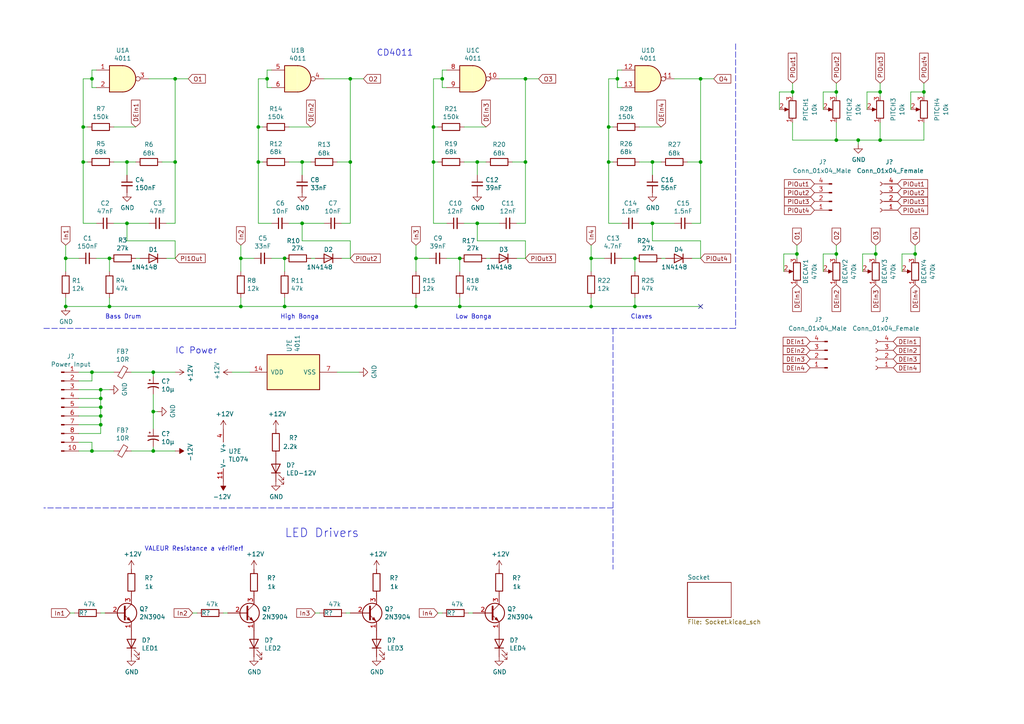
<source format=kicad_sch>
(kicad_sch (version 20211123) (generator eeschema)
  (paper "A4")
  (junction (at 267.97 26.67))
  (junction (at 44.45 107.95))
  (junction (at 87.63 46.99))
  (junction (at 265.43 73.66))
  (junction (at 133.35 88.9))
  (junction (at 19.05 74.93))
  (junction (at 152.4 22.86))
  (junction (at 189.23 46.99))
  (junction (at 26.67 107.95))
  (junction (at 36.83 46.99))
  (junction (at 87.63 64.77))
  (junction (at 19.05 88.9))
  (junction (at 128.27 22.86))
  (junction (at 31.75 88.9))
  (junction (at 50.8 22.86))
  (junction (at 138.43 46.99))
  (junction (at 184.15 88.9))
  (junction (at 44.45 119.38))
  (junction (at 229.87 26.67))
  (junction (at 242.57 26.67))
  (junction (at 101.6 46.99))
  (junction (at 24.13 36.83))
  (junction (at 31.75 74.93))
  (junction (at 152.4 46.99))
  (junction (at 176.53 46.99))
  (junction (at 176.53 36.83))
  (junction (at 171.45 88.9))
  (junction (at 255.27 26.67))
  (junction (at 36.83 64.77))
  (junction (at 29.21 115.57))
  (junction (at 26.67 130.81))
  (junction (at 77.47 22.86))
  (junction (at 242.57 73.66))
  (junction (at 69.85 88.9))
  (junction (at 255.27 40.64))
  (junction (at 179.07 22.86))
  (junction (at 254 73.66))
  (junction (at 82.55 74.93))
  (junction (at 82.55 88.9))
  (junction (at 248.92 40.64))
  (junction (at 203.2 22.86))
  (junction (at 29.21 113.03))
  (junction (at 171.45 74.93))
  (junction (at 50.8 46.99))
  (junction (at 101.6 22.86))
  (junction (at 189.23 64.77))
  (junction (at 184.15 74.93))
  (junction (at 133.35 74.93))
  (junction (at 29.21 118.11))
  (junction (at 120.65 74.93))
  (junction (at 29.21 120.65))
  (junction (at 26.67 22.86))
  (junction (at 203.2 46.99))
  (junction (at 120.65 88.9))
  (junction (at 24.13 46.99))
  (junction (at 69.85 74.93))
  (junction (at 74.93 36.83))
  (junction (at 125.73 46.99))
  (junction (at 242.57 40.64))
  (junction (at 125.73 36.83))
  (junction (at 138.43 64.77))
  (junction (at 29.21 123.19))
  (junction (at 74.93 46.99))
  (junction (at 44.45 130.81))
  (junction (at 231.14 73.66))
  (no_connect (at 203.2 88.9))
  (wire (pts (xy 176.53 36.83) (xy 176.53 46.99)))
  (wire (pts (xy 29.21 177.8) (xy 30.48 177.8)))
  (wire (pts (xy 64.77 177.8) (xy 66.04 177.8)))
  (wire (pts (xy 171.45 74.93) (xy 171.45 71.12)))
  (wire (pts (xy 171.45 88.9) (xy 171.45 86.36)))
  (wire (pts (xy 38.1 107.95) (xy 44.45 107.95)))
  (wire (pts (xy 242.57 40.64) (xy 229.87 40.64)))
  (wire (pts (xy 138.43 69.85) (xy 138.43 64.77)))
  (wire (pts (xy 142.24 74.93) (xy 140.97 74.93)))
  (wire (pts (xy 57.15 177.8) (xy 55.88 177.8)))
  (polyline (pts (xy 177.8 95.25) (xy 177.8 165.1)))
  (wire (pts (xy 133.35 74.93) (xy 129.54 74.93)))
  (wire (pts (xy 24.13 22.86) (xy 24.13 36.83)))
  (wire (pts (xy 74.93 64.77) (xy 74.93 46.99)))
  (wire (pts (xy 133.35 88.9) (xy 171.45 88.9)))
  (wire (pts (xy 22.86 107.95) (xy 26.67 107.95)))
  (wire (pts (xy 44.45 129.54) (xy 44.45 130.81)))
  (wire (pts (xy 133.35 88.9) (xy 120.65 88.9)))
  (wire (pts (xy 231.14 71.12) (xy 231.14 73.66)))
  (wire (pts (xy 78.74 20.32) (xy 77.47 20.32)))
  (wire (pts (xy 250.19 78.74) (xy 250.19 73.66)))
  (wire (pts (xy 74.93 36.83) (xy 76.2 36.83)))
  (wire (pts (xy 133.35 78.74) (xy 133.35 74.93)))
  (wire (pts (xy 231.14 73.66) (xy 231.14 74.93)))
  (wire (pts (xy 203.2 46.99) (xy 203.2 64.77)))
  (wire (pts (xy 184.15 86.36) (xy 184.15 88.9)))
  (wire (pts (xy 31.75 113.03) (xy 29.21 113.03)))
  (wire (pts (xy 22.86 110.49) (xy 26.67 110.49)))
  (wire (pts (xy 242.57 35.56) (xy 242.57 40.64)))
  (wire (pts (xy 148.59 46.99) (xy 152.4 46.99)))
  (wire (pts (xy 44.45 109.22) (xy 44.45 107.95)))
  (wire (pts (xy 22.86 130.81) (xy 26.67 130.81)))
  (wire (pts (xy 87.63 50.8) (xy 87.63 46.99)))
  (wire (pts (xy 120.65 74.93) (xy 120.65 78.74)))
  (wire (pts (xy 189.23 69.85) (xy 189.23 64.77)))
  (wire (pts (xy 77.47 22.86) (xy 74.93 22.86)))
  (wire (pts (xy 242.57 24.13) (xy 242.57 26.67)))
  (wire (pts (xy 203.2 64.77) (xy 200.66 64.77)))
  (wire (pts (xy 251.46 26.67) (xy 255.27 26.67)))
  (wire (pts (xy 203.2 88.9) (xy 184.15 88.9)))
  (wire (pts (xy 264.16 26.67) (xy 267.97 26.67)))
  (wire (pts (xy 152.4 69.85) (xy 138.43 69.85)))
  (wire (pts (xy 83.82 46.99) (xy 87.63 46.99)))
  (wire (pts (xy 255.27 24.13) (xy 255.27 26.67)))
  (wire (pts (xy 50.8 64.77) (xy 48.26 64.77)))
  (wire (pts (xy 133.35 86.36) (xy 133.35 88.9)))
  (wire (pts (xy 152.4 22.86) (xy 152.4 46.99)))
  (wire (pts (xy 152.4 69.85) (xy 152.4 74.93)))
  (wire (pts (xy 31.75 86.36) (xy 31.75 88.9)))
  (wire (pts (xy 44.45 119.38) (xy 45.72 119.38)))
  (wire (pts (xy 238.76 73.66) (xy 242.57 73.66)))
  (wire (pts (xy 82.55 88.9) (xy 120.65 88.9)))
  (wire (pts (xy 101.6 69.85) (xy 101.6 74.93)))
  (wire (pts (xy 176.53 22.86) (xy 176.53 36.83)))
  (wire (pts (xy 27.94 20.32) (xy 26.67 20.32)))
  (wire (pts (xy 26.67 25.4) (xy 27.94 25.4)))
  (wire (pts (xy 38.1 130.81) (xy 44.45 130.81)))
  (wire (pts (xy 134.62 36.83) (xy 140.97 36.83)))
  (wire (pts (xy 134.62 46.99) (xy 138.43 46.99)))
  (wire (pts (xy 125.73 36.83) (xy 125.73 46.99)))
  (wire (pts (xy 29.21 123.19) (xy 29.21 120.65)))
  (wire (pts (xy 29.21 115.57) (xy 29.21 118.11)))
  (wire (pts (xy 238.76 31.75) (xy 238.76 26.67)))
  (wire (pts (xy 248.92 40.64) (xy 248.92 41.91)))
  (wire (pts (xy 82.55 88.9) (xy 69.85 88.9)))
  (wire (pts (xy 22.86 125.73) (xy 29.21 125.73)))
  (wire (pts (xy 267.97 40.64) (xy 255.27 40.64)))
  (wire (pts (xy 128.27 20.32) (xy 128.27 22.86)))
  (wire (pts (xy 229.87 24.13) (xy 229.87 26.67)))
  (wire (pts (xy 69.85 88.9) (xy 69.85 86.36)))
  (wire (pts (xy 203.2 69.85) (xy 203.2 74.93)))
  (wire (pts (xy 24.13 64.77) (xy 24.13 46.99)))
  (wire (pts (xy 176.53 64.77) (xy 176.53 46.99)))
  (wire (pts (xy 185.42 36.83) (xy 191.77 36.83)))
  (wire (pts (xy 101.6 69.85) (xy 87.63 69.85)))
  (wire (pts (xy 22.86 128.27) (xy 26.67 128.27)))
  (wire (pts (xy 78.74 64.77) (xy 74.93 64.77)))
  (wire (pts (xy 87.63 46.99) (xy 90.17 46.99)))
  (wire (pts (xy 93.98 22.86) (xy 101.6 22.86)))
  (wire (pts (xy 73.66 74.93) (xy 69.85 74.93)))
  (wire (pts (xy 242.57 26.67) (xy 242.57 27.94)))
  (wire (pts (xy 26.67 110.49) (xy 26.67 107.95)))
  (wire (pts (xy 100.33 177.8) (xy 101.6 177.8)))
  (wire (pts (xy 189.23 46.99) (xy 191.77 46.99)))
  (wire (pts (xy 129.54 20.32) (xy 128.27 20.32)))
  (wire (pts (xy 101.6 22.86) (xy 105.41 22.86)))
  (wire (pts (xy 124.46 74.93) (xy 120.65 74.93)))
  (wire (pts (xy 22.86 115.57) (xy 29.21 115.57)))
  (polyline (pts (xy 213.36 12.7) (xy 213.36 95.25)))
  (wire (pts (xy 19.05 74.93) (xy 19.05 71.12)))
  (wire (pts (xy 176.53 46.99) (xy 177.8 46.99)))
  (wire (pts (xy 144.78 22.86) (xy 152.4 22.86)))
  (wire (pts (xy 184.15 74.93) (xy 180.34 74.93)))
  (wire (pts (xy 92.71 177.8) (xy 91.44 177.8)))
  (wire (pts (xy 69.85 74.93) (xy 69.85 78.74)))
  (wire (pts (xy 93.98 64.77) (xy 87.63 64.77)))
  (wire (pts (xy 255.27 26.67) (xy 255.27 27.94)))
  (wire (pts (xy 77.47 25.4) (xy 78.74 25.4)))
  (wire (pts (xy 238.76 26.67) (xy 242.57 26.67)))
  (wire (pts (xy 189.23 64.77) (xy 185.42 64.77)))
  (wire (pts (xy 44.45 114.3) (xy 44.45 119.38)))
  (wire (pts (xy 179.07 20.32) (xy 179.07 22.86)))
  (wire (pts (xy 67.31 107.95) (xy 72.39 107.95)))
  (wire (pts (xy 128.27 177.8) (xy 127 177.8)))
  (wire (pts (xy 120.65 71.12) (xy 120.65 74.93)))
  (wire (pts (xy 195.58 64.77) (xy 189.23 64.77)))
  (wire (pts (xy 125.73 46.99) (xy 127 46.99)))
  (wire (pts (xy 193.04 74.93) (xy 191.77 74.93)))
  (wire (pts (xy 82.55 86.36) (xy 82.55 88.9)))
  (wire (pts (xy 36.83 46.99) (xy 39.37 46.99)))
  (wire (pts (xy 129.54 64.77) (xy 125.73 64.77)))
  (wire (pts (xy 29.21 113.03) (xy 29.21 115.57)))
  (wire (pts (xy 175.26 74.93) (xy 171.45 74.93)))
  (wire (pts (xy 229.87 26.67) (xy 229.87 27.94)))
  (wire (pts (xy 189.23 50.8) (xy 189.23 46.99)))
  (wire (pts (xy 184.15 88.9) (xy 171.45 88.9)))
  (wire (pts (xy 43.18 64.77) (xy 36.83 64.77)))
  (wire (pts (xy 226.06 31.75) (xy 226.06 26.67)))
  (wire (pts (xy 125.73 36.83) (xy 127 36.83)))
  (wire (pts (xy 43.18 22.86) (xy 50.8 22.86)))
  (wire (pts (xy 152.4 22.86) (xy 156.21 22.86)))
  (wire (pts (xy 33.02 36.83) (xy 39.37 36.83)))
  (wire (pts (xy 22.86 113.03) (xy 29.21 113.03)))
  (wire (pts (xy 50.8 22.86) (xy 50.8 46.99)))
  (wire (pts (xy 97.79 46.99) (xy 101.6 46.99)))
  (wire (pts (xy 26.67 128.27) (xy 26.67 130.81)))
  (wire (pts (xy 50.8 69.85) (xy 36.83 69.85)))
  (wire (pts (xy 91.44 74.93) (xy 90.17 74.93)))
  (wire (pts (xy 125.73 64.77) (xy 125.73 46.99)))
  (wire (pts (xy 74.93 36.83) (xy 74.93 46.99)))
  (wire (pts (xy 248.92 40.64) (xy 242.57 40.64)))
  (wire (pts (xy 44.45 130.81) (xy 50.8 130.81)))
  (wire (pts (xy 152.4 64.77) (xy 149.86 64.77)))
  (wire (pts (xy 265.43 71.12) (xy 265.43 73.66)))
  (wire (pts (xy 171.45 74.93) (xy 171.45 78.74)))
  (wire (pts (xy 180.34 64.77) (xy 176.53 64.77)))
  (wire (pts (xy 50.8 46.99) (xy 50.8 64.77)))
  (wire (pts (xy 24.13 36.83) (xy 24.13 46.99)))
  (wire (pts (xy 138.43 64.77) (xy 134.62 64.77)))
  (wire (pts (xy 24.13 36.83) (xy 25.4 36.83)))
  (wire (pts (xy 250.19 73.66) (xy 254 73.66)))
  (wire (pts (xy 26.67 130.81) (xy 33.02 130.81)))
  (wire (pts (xy 99.06 74.93) (xy 101.6 74.93)))
  (wire (pts (xy 128.27 22.86) (xy 125.73 22.86)))
  (wire (pts (xy 44.45 119.38) (xy 44.45 124.46)))
  (wire (pts (xy 24.13 46.99) (xy 25.4 46.99)))
  (wire (pts (xy 179.07 22.86) (xy 179.07 25.4)))
  (wire (pts (xy 242.57 73.66) (xy 242.57 74.93)))
  (wire (pts (xy 77.47 20.32) (xy 77.47 22.86)))
  (wire (pts (xy 203.2 22.86) (xy 207.01 22.86)))
  (wire (pts (xy 69.85 74.93) (xy 69.85 71.12)))
  (wire (pts (xy 135.89 177.8) (xy 137.16 177.8)))
  (wire (pts (xy 77.47 22.86) (xy 77.47 25.4)))
  (wire (pts (xy 26.67 20.32) (xy 26.67 22.86)))
  (wire (pts (xy 29.21 120.65) (xy 29.21 118.11)))
  (wire (pts (xy 74.93 46.99) (xy 76.2 46.99)))
  (polyline (pts (xy 177.8 147.32) (xy 12.7 147.32)))
  (wire (pts (xy 36.83 64.77) (xy 33.02 64.77)))
  (wire (pts (xy 82.55 74.93) (xy 78.74 74.93)))
  (wire (pts (xy 195.58 22.86) (xy 203.2 22.86)))
  (wire (pts (xy 267.97 26.67) (xy 267.97 27.94)))
  (wire (pts (xy 74.93 22.86) (xy 74.93 36.83)))
  (wire (pts (xy 149.86 74.93) (xy 152.4 74.93)))
  (wire (pts (xy 267.97 35.56) (xy 267.97 40.64)))
  (wire (pts (xy 184.15 78.74) (xy 184.15 74.93)))
  (wire (pts (xy 101.6 22.86) (xy 101.6 46.99)))
  (wire (pts (xy 44.45 107.95) (xy 50.8 107.95)))
  (wire (pts (xy 22.86 120.65) (xy 29.21 120.65)))
  (wire (pts (xy 255.27 35.56) (xy 255.27 40.64)))
  (wire (pts (xy 87.63 69.85) (xy 87.63 64.77)))
  (wire (pts (xy 200.66 74.93) (xy 203.2 74.93)))
  (wire (pts (xy 26.67 22.86) (xy 26.67 25.4)))
  (wire (pts (xy 33.02 107.95) (xy 26.67 107.95)))
  (wire (pts (xy 254 73.66) (xy 254 74.93)))
  (wire (pts (xy 40.64 74.93) (xy 39.37 74.93)))
  (wire (pts (xy 50.8 22.86) (xy 54.61 22.86)))
  (wire (pts (xy 26.67 22.86) (xy 24.13 22.86)))
  (wire (pts (xy 176.53 36.83) (xy 177.8 36.83)))
  (wire (pts (xy 83.82 36.83) (xy 90.17 36.83)))
  (wire (pts (xy 82.55 74.93) (xy 82.55 78.74)))
  (wire (pts (xy 101.6 64.77) (xy 99.06 64.77)))
  (wire (pts (xy 199.39 46.99) (xy 203.2 46.99)))
  (wire (pts (xy 261.62 78.74) (xy 261.62 73.66)))
  (wire (pts (xy 267.97 24.13) (xy 267.97 26.67)))
  (wire (pts (xy 21.59 177.8) (xy 20.32 177.8)))
  (wire (pts (xy 144.78 64.77) (xy 138.43 64.77)))
  (wire (pts (xy 19.05 74.93) (xy 19.05 78.74)))
  (wire (pts (xy 50.8 69.85) (xy 50.8 74.93)))
  (wire (pts (xy 251.46 31.75) (xy 251.46 26.67)))
  (wire (pts (xy 128.27 22.86) (xy 128.27 25.4)))
  (wire (pts (xy 226.06 26.67) (xy 229.87 26.67)))
  (wire (pts (xy 125.73 22.86) (xy 125.73 36.83)))
  (wire (pts (xy 261.62 73.66) (xy 265.43 73.66)))
  (wire (pts (xy 27.94 64.77) (xy 24.13 64.77)))
  (wire (pts (xy 97.79 107.95) (xy 104.14 107.95)))
  (wire (pts (xy 31.75 88.9) (xy 69.85 88.9)))
  (wire (pts (xy 31.75 78.74) (xy 31.75 74.93)))
  (wire (pts (xy 101.6 46.99) (xy 101.6 64.77)))
  (wire (pts (xy 238.76 78.74) (xy 238.76 73.66)))
  (wire (pts (xy 264.16 31.75) (xy 264.16 26.67)))
  (wire (pts (xy 185.42 46.99) (xy 189.23 46.99)))
  (wire (pts (xy 36.83 69.85) (xy 36.83 64.77)))
  (wire (pts (xy 138.43 50.8) (xy 138.43 46.99)))
  (wire (pts (xy 22.86 123.19) (xy 29.21 123.19)))
  (polyline (pts (xy 12.7 95.25) (xy 213.36 95.25)))
  (wire (pts (xy 203.2 22.86) (xy 203.2 46.99)))
  (wire (pts (xy 120.65 88.9) (xy 120.65 86.36)))
  (wire (pts (xy 203.2 69.85) (xy 189.23 69.85)))
  (wire (pts (xy 229.87 35.56) (xy 229.87 40.64)))
  (wire (pts (xy 31.75 74.93) (xy 27.94 74.93)))
  (wire (pts (xy 19.05 88.9) (xy 19.05 86.36)))
  (wire (pts (xy 179.07 22.86) (xy 176.53 22.86)))
  (wire (pts (xy 227.33 78.74) (xy 227.33 73.66)))
  (wire (pts (xy 152.4 46.99) (xy 152.4 64.77)))
  (wire (pts (xy 87.63 64.77) (xy 83.82 64.77)))
  (wire (pts (xy 128.27 25.4) (xy 129.54 25.4)))
  (wire (pts (xy 33.02 46.99) (xy 36.83 46.99)))
  (wire (pts (xy 179.07 25.4) (xy 180.34 25.4)))
  (wire (pts (xy 254 71.12) (xy 254 73.66)))
  (wire (pts (xy 180.34 20.32) (xy 179.07 20.32)))
  (wire (pts (xy 265.43 73.66) (xy 265.43 74.93)))
  (wire (pts (xy 255.27 40.64) (xy 248.92 40.64)))
  (wire (pts (xy 242.57 71.12) (xy 242.57 73.66)))
  (wire (pts (xy 22.86 74.93) (xy 19.05 74.93)))
  (wire (pts (xy 36.83 50.8) (xy 36.83 46.99)))
  (wire (pts (xy 31.75 88.9) (xy 19.05 88.9)))
  (wire (pts (xy 48.26 74.93) (xy 50.8 74.93)))
  (wire (pts (xy 227.33 73.66) (xy 231.14 73.66)))
  (wire (pts (xy 29.21 118.11) (xy 22.86 118.11)))
  (wire (pts (xy 29.21 125.73) (xy 29.21 123.19)))
  (wire (pts (xy 138.43 46.99) (xy 140.97 46.99)))
  (wire (pts (xy 46.99 46.99) (xy 50.8 46.99)))
  (text "IC Power\n" (at 50.8 102.87 0) (effects (font (size 1.8034 1.8034)) (justify left bottom)))
  (text "High Bonga" (at 81.28 92.71 0) (effects (font (size 1.27 1.27)) (justify left bottom)))
  (text "LED Drivers" (at 82.55 156.21 0) (effects (font (size 2.4892 2.4892)) (justify left bottom)))
  (text "Claves" (at 182.88 92.71 0) (effects (font (size 1.27 1.27)) (justify left bottom)))
  (text "VALEUR Resistance a vérifier!" (at 41.91 160.02 0) (effects (font (size 1.27 1.27)) (justify left bottom)))
  (text "Bass Drum" (at 30.48 92.71 0) (effects (font (size 1.27 1.27)) (justify left bottom)))
  (text "Low Bonga" (at 132.08 92.71 0) (effects (font (size 1.27 1.27)) (justify left bottom)))
  (text "CD4011" (at 109.22 16.51 0) (effects (font (size 1.8034 1.8034)) (justify left bottom)))
  (global_label "PIOut2" (shape input) (at 242.57 24.13 90) (property "Intersheet References" "${INTERSHEET_REFS}" (effects hide)))
  (global_label "DEIn1" (shape input) (at 39.37 36.83 90) (property "Intersheet References" "${INTERSHEET_REFS}" (effects hide)))
  (global_label "PIOut4" (shape input) (at 203.2 74.93 0) (property "Intersheet References" "${INTERSHEET_REFS}" (effects hide)))
  (global_label "In3" (shape input) (at 120.65 71.12 90) (property "Intersheet References" "${INTERSHEET_REFS}" (effects hide)))
  (global_label "PIOut1" (shape input) (at 229.87 24.13 90) (property "Intersheet References" "${INTERSHEET_REFS}" (effects hide)))
  (global_label "DEIn4" (shape input) (at 265.43 82.55 270) (property "Intersheet References" "${INTERSHEET_REFS}" (effects hide)))
  (global_label "PIOut2" (shape input) (at 101.6 74.93 0) (property "Intersheet References" "${INTERSHEET_REFS}" (effects hide)))
  (global_label "In4" (shape input) (at 127 177.8 180) (property "Intersheet References" "${INTERSHEET_REFS}" (effects hide)))
  (global_label "O4" (shape input) (at 207.01 22.86 0) (property "Intersheet References" "${INTERSHEET_REFS}" (effects hide)))
  (global_label "O1" (shape input) (at 231.14 71.12 90) (property "Intersheet References" "${INTERSHEET_REFS}" (effects hide)))
  (global_label "In2" (shape input) (at 69.85 71.12 90) (property "Intersheet References" "${INTERSHEET_REFS}" (effects hide)))
  (global_label "DEIn1" (shape input) (at 259.08 99.06 0) (property "Intersheet References" "${INTERSHEET_REFS}" (effects hide)))
  (global_label "PIOut3" (shape input) (at 236.22 58.42 180) (property "Intersheet References" "${INTERSHEET_REFS}" (effects hide)))
  (global_label "O2" (shape input) (at 105.41 22.86 0) (property "Intersheet References" "${INTERSHEET_REFS}" (effects hide)))
  (global_label "O4" (shape input) (at 265.43 71.12 90) (property "Intersheet References" "${INTERSHEET_REFS}" (effects hide)))
  (global_label "DEIn2" (shape input) (at 259.08 101.6 0) (property "Intersheet References" "${INTERSHEET_REFS}" (effects hide)))
  (global_label "PIOut3" (shape input) (at 152.4 74.93 0) (property "Intersheet References" "${INTERSHEET_REFS}" (effects hide)))
  (global_label "In3" (shape input) (at 91.44 177.8 180) (property "Intersheet References" "${INTERSHEET_REFS}" (effects hide)))
  (global_label "PI1Out" (shape input) (at 50.8 74.93 0) (property "Intersheet References" "${INTERSHEET_REFS}" (effects hide)))
  (global_label "PIOut3" (shape input) (at 260.35 58.42 0) (property "Intersheet References" "${INTERSHEET_REFS}" (effects hide)))
  (global_label "In1" (shape input) (at 20.32 177.8 180) (property "Intersheet References" "${INTERSHEET_REFS}" (effects hide)))
  (global_label "O3" (shape input) (at 156.21 22.86 0) (property "Intersheet References" "${INTERSHEET_REFS}" (effects hide)))
  (global_label "PIOut2" (shape input) (at 236.22 55.88 180) (property "Intersheet References" "${INTERSHEET_REFS}" (effects hide)))
  (global_label "PIOut4" (shape input) (at 267.97 24.13 90) (property "Intersheet References" "${INTERSHEET_REFS}" (effects hide)))
  (global_label "O1" (shape input) (at 54.61 22.86 0) (property "Intersheet References" "${INTERSHEET_REFS}" (effects hide)))
  (global_label "O3" (shape input) (at 254 71.12 90) (property "Intersheet References" "${INTERSHEET_REFS}" (effects hide)))
  (global_label "DEIn3" (shape input) (at 254 82.55 270) (property "Intersheet References" "${INTERSHEET_REFS}" (effects hide)))
  (global_label "PIOut4" (shape input) (at 236.22 60.96 180) (property "Intersheet References" "${INTERSHEET_REFS}" (effects hide)))
  (global_label "DEIn3" (shape input) (at 140.97 36.83 90) (property "Intersheet References" "${INTERSHEET_REFS}" (effects hide)))
  (global_label "In4" (shape input) (at 171.45 71.12 90) (property "Intersheet References" "${INTERSHEET_REFS}" (effects hide)))
  (global_label "PIOut1" (shape input) (at 260.35 53.34 0) (property "Intersheet References" "${INTERSHEET_REFS}" (effects hide)))
  (global_label "DEIn4" (shape input) (at 191.77 36.83 90) (property "Intersheet References" "${INTERSHEET_REFS}" (effects hide)))
  (global_label "DEIn2" (shape input) (at 234.95 101.6 180) (property "Intersheet References" "${INTERSHEET_REFS}" (effects hide)))
  (global_label "DEIn1" (shape input) (at 234.95 99.06 180) (property "Intersheet References" "${INTERSHEET_REFS}" (effects hide)))
  (global_label "DEIn4" (shape input) (at 234.95 106.68 180) (property "Intersheet References" "${INTERSHEET_REFS}" (effects hide)))
  (global_label "DEIn1" (shape input) (at 231.14 82.55 270) (property "Intersheet References" "${INTERSHEET_REFS}" (effects hide)))
  (global_label "In2" (shape input) (at 55.88 177.8 180) (property "Intersheet References" "${INTERSHEET_REFS}" (effects hide)))
  (global_label "PIOut4" (shape input) (at 260.35 60.96 0) (property "Intersheet References" "${INTERSHEET_REFS}" (effects hide)))
  (global_label "DEIn3" (shape input) (at 259.08 104.14 0) (property "Intersheet References" "${INTERSHEET_REFS}" (effects hide)))
  (global_label "DEIn4" (shape input) (at 259.08 106.68 0) (property "Intersheet References" "${INTERSHEET_REFS}" (effects hide)))
  (global_label "PIOut1" (shape input) (at 236.22 53.34 180) (property "Intersheet References" "${INTERSHEET_REFS}" (effects hide)))
  (global_label "DEIn2" (shape input) (at 242.57 82.55 270) (property "Intersheet References" "${INTERSHEET_REFS}" (effects hide)))
  (global_label "O2" (shape input) (at 242.57 71.12 90) (property "Intersheet References" "${INTERSHEET_REFS}" (effects hide)))
  (global_label "DEIn3" (shape input) (at 234.95 104.14 180) (property "Intersheet References" "${INTERSHEET_REFS}" (effects hide)))
  (global_label "In1" (shape input) (at 19.05 71.12 90) (property "Intersheet References" "${INTERSHEET_REFS}" (effects hide)))
  (global_label "DEIn2" (shape input) (at 90.17 36.83 90) (property "Intersheet References" "${INTERSHEET_REFS}" (effects hide)))
  (global_label "PIOut3" (shape input) (at 255.27 24.13 90) (property "Intersheet References" "${INTERSHEET_REFS}" (effects hide)))
  (global_label "PIOut2" (shape input) (at 260.35 55.88 0) (property "Intersheet References" "${INTERSHEET_REFS}" (effects hide)))
  (symbol (lib_id "4xxx:4011") (at 35.56 22.86 0) (unit 1)
    (property "Reference" "U1" (at 35.56 14.605 0))
    (property "Value" "4011" (at 35.56 16.9164 0))
    (property "Footprint" "Package_DIP:DIP-14_W7.62mm_Socket" (effects hide))
    (property "Datasheet" "http://www.intersil.com/content/dam/Intersil/documents/cd40/cd4011bms-12bms-23bms.pdf" (effects hide))
  )
  (symbol (lib_id "Diode:1N4148") (at 44.45 74.93 180) (unit 1)
    (property "Reference" "D1" (at 44.45 72.39 0))
    (property "Value" "1N4148" (at 41.91 77.47 0))
    (property "Footprint" "Diode_THT:D_DO-35_SOD27_P7.62mm_Horizontal" (effects hide))
    (property "Datasheet" "https://assets.nexperia.com/documents/data-sheet/1N4148_1N4448.pdf" (effects hide))
  )
  (symbol (lib_id "Device:R_POT") (at 231.14 78.74 180) (unit 1)
    (property "Reference" "DECAY1" (at 233.68 78.74 90))
    (property "Value" "470k" (at 236.22 78.74 90))
    (property "Footprint" "Potentiometer_THT:Potentiometer_Bourns_PTV09A-1_Single_Vertical" (effects hide))
  )
  (symbol (lib_id "Device:R") (at 19.05 82.55 0) (unit 1)
    (property "Reference" "R1" (at 20.828 81.3816 0) (effects (justify left)))
    (property "Value" "12k" (at 20.828 83.693 0) (effects (justify left)))
    (property "Footprint" "Resistor_THT:R_Axial_DIN0207_L6.3mm_D2.5mm_P10.16mm_Horizontal" (effects hide))
  )
  (symbol (lib_id "Device:R") (at 35.56 74.93 90) (unit 1)
    (property "Reference" "R3" (at 35.56 69.6722 90))
    (property "Value" "27k" (at 35.56 71.9836 90))
    (property "Footprint" "Resistor_THT:R_Axial_DIN0207_L6.3mm_D2.5mm_P10.16mm_Horizontal" (effects hide))
  )
  (symbol (lib_id "Device:R") (at 31.75 82.55 180) (unit 1)
    (property "Reference" "R4" (at 33.528 81.3816 0) (effects (justify right)))
    (property "Value" "47k" (at 33.528 83.693 0) (effects (justify right)))
    (property "Footprint" "Resistor_THT:R_Axial_DIN0207_L6.3mm_D2.5mm_P10.16mm_Horizontal" (effects hide))
  )
  (symbol (lib_id "Device:R") (at 29.21 36.83 270) (unit 1)
    (property "Reference" "R7" (at 29.21 31.5722 90))
    (property "Value" "150k" (at 29.21 33.8836 90))
    (property "Footprint" "Resistor_THT:R_Axial_DIN0207_L6.3mm_D2.5mm_P10.16mm_Horizontal" (effects hide))
  )
  (symbol (lib_id "Device:R") (at 29.21 46.99 270) (unit 1)
    (property "Reference" "R5" (at 29.21 41.7322 90))
    (property "Value" "68k" (at 29.21 44.0436 90))
    (property "Footprint" "Resistor_THT:R_Axial_DIN0207_L6.3mm_D2.5mm_P10.16mm_Horizontal" (effects hide))
  )
  (symbol (lib_id "Device:R") (at 43.18 46.99 270) (unit 1)
    (property "Reference" "R6" (at 43.18 41.91 90))
    (property "Value" "68k" (at 43.18 44.45 90))
    (property "Footprint" "Resistor_THT:R_Axial_DIN0207_L6.3mm_D2.5mm_P10.16mm_Horizontal" (effects hide))
  )
  (symbol (lib_id "Device:C_Small") (at 36.83 53.34 0) (unit 1)
    (property "Reference" "C4" (at 39.1668 52.1716 0) (effects (justify left)))
    (property "Value" "150nF" (at 39.1668 54.483 0) (effects (justify left)))
    (property "Footprint" "Capacitor_THT:C_Disc_D7.0mm_W2.5mm_P5.00mm" (effects hide))
  )
  (symbol (lib_id "Device:C_Small") (at 30.48 64.77 90) (unit 1)
    (property "Reference" "C2" (at 30.48 58.9534 90))
    (property "Value" "47nF" (at 30.48 61.2648 90))
    (property "Footprint" "Capacitor_THT:C_Disc_D7.0mm_W2.5mm_P5.00mm" (effects hide))
  )
  (symbol (lib_id "Device:C_Small") (at 45.72 64.77 90) (unit 1)
    (property "Reference" "C3" (at 45.72 58.9534 90))
    (property "Value" "47nF" (at 45.72 61.2648 90))
    (property "Footprint" "Capacitor_THT:C_Disc_D7.0mm_W2.5mm_P5.00mm" (effects hide))
  )
  (symbol (lib_id "4xxx:4011") (at 86.36 22.86 0) (unit 2)
    (property "Reference" "U1" (at 86.36 14.605 0))
    (property "Value" "4011" (at 86.36 16.9164 0))
    (property "Footprint" "Package_DIP:DIP-14_W7.62mm_Socket" (effects hide))
    (property "Datasheet" "http://www.intersil.com/content/dam/Intersil/documents/cd40/cd4011bms-12bms-23bms.pdf" (effects hide))
  )
  (symbol (lib_id "4xxx:4011") (at 137.16 22.86 0) (unit 3)
    (property "Reference" "U1" (at 137.16 14.605 0))
    (property "Value" "4011" (at 137.16 16.9164 0))
    (property "Footprint" "Package_DIP:DIP-14_W7.62mm_Socket" (effects hide))
    (property "Datasheet" "http://www.intersil.com/content/dam/Intersil/documents/cd40/cd4011bms-12bms-23bms.pdf" (effects hide))
  )
  (symbol (lib_id "4xxx:4011") (at 187.96 22.86 0) (unit 4)
    (property "Reference" "U1" (at 187.96 14.605 0))
    (property "Value" "4011" (at 187.96 16.9164 0))
    (property "Footprint" "Package_DIP:DIP-14_W7.62mm_Socket" (effects hide))
    (property "Datasheet" "http://www.intersil.com/content/dam/Intersil/documents/cd40/cd4011bms-12bms-23bms.pdf" (effects hide))
  )
  (symbol (lib_id "power:GND") (at 36.83 55.88 0) (unit 1)
    (property "Reference" "#PWR0101" (effects hide))
    (property "Value" "GND" (at 36.957 60.2742 0))
  )
  (symbol (lib_id "Device:C_Small") (at 25.4 74.93 90) (unit 1)
    (property "Reference" "C1" (at 25.4 69.1134 90))
    (property "Value" "150nF" (at 25.4 71.4248 90))
    (property "Footprint" "Capacitor_THT:C_Disc_D7.0mm_W2.5mm_P5.00mm" (effects hide))
  )
  (symbol (lib_id "power:GND") (at 19.05 88.9 0) (unit 1)
    (property "Reference" "#PWR0102" (effects hide))
    (property "Value" "GND" (at 19.177 93.2942 0))
  )
  (symbol (lib_id "Diode:1N4148") (at 95.25 74.93 180) (unit 1)
    (property "Reference" "D2" (at 95.25 72.39 0))
    (property "Value" "1N4148" (at 92.71 77.47 0))
    (property "Footprint" "Diode_THT:D_DO-35_SOD27_P7.62mm_Horizontal" (effects hide))
    (property "Datasheet" "https://assets.nexperia.com/documents/data-sheet/1N4148_1N4448.pdf" (effects hide))
  )
  (symbol (lib_id "Device:R_POT") (at 242.57 78.74 180) (unit 1)
    (property "Reference" "DECAY2" (at 245.11 78.74 90))
    (property "Value" "470k" (at 247.65 78.74 90))
    (property "Footprint" "Potentiometer_THT:Potentiometer_Bourns_PTV09A-1_Single_Vertical" (effects hide))
  )
  (symbol (lib_id "Device:R") (at 69.85 82.55 0) (unit 1)
    (property "Reference" "R8" (at 71.628 81.3816 0) (effects (justify left)))
    (property "Value" "12k" (at 71.628 83.693 0) (effects (justify left)))
    (property "Footprint" "Resistor_THT:R_Axial_DIN0207_L6.3mm_D2.5mm_P10.16mm_Horizontal" (effects hide))
  )
  (symbol (lib_id "Device:R") (at 86.36 74.93 90) (unit 1)
    (property "Reference" "R10" (at 85.09 69.85 90))
    (property "Value" "27k" (at 86.36 71.9836 90))
    (property "Footprint" "Resistor_THT:R_Axial_DIN0207_L6.3mm_D2.5mm_P10.16mm_Horizontal" (effects hide))
  )
  (symbol (lib_id "Device:R") (at 82.55 82.55 180) (unit 1)
    (property "Reference" "R11" (at 84.328 81.3816 0) (effects (justify right)))
    (property "Value" "47k" (at 84.328 83.693 0) (effects (justify right)))
    (property "Footprint" "Resistor_THT:R_Axial_DIN0207_L6.3mm_D2.5mm_P10.16mm_Horizontal" (effects hide))
  )
  (symbol (lib_id "Device:R") (at 80.01 36.83 270) (unit 1)
    (property "Reference" "R14" (at 80.01 31.5722 90))
    (property "Value" "150k" (at 80.01 33.8836 90))
    (property "Footprint" "Resistor_THT:R_Axial_DIN0207_L6.3mm_D2.5mm_P10.16mm_Horizontal" (effects hide))
  )
  (symbol (lib_id "Device:R") (at 80.01 46.99 270) (unit 1)
    (property "Reference" "R12" (at 80.01 41.7322 90))
    (property "Value" "68k" (at 80.01 44.0436 90))
    (property "Footprint" "Resistor_THT:R_Axial_DIN0207_L6.3mm_D2.5mm_P10.16mm_Horizontal" (effects hide))
  )
  (symbol (lib_id "Device:R") (at 93.98 46.99 270) (unit 1)
    (property "Reference" "R13" (at 93.98 41.91 90))
    (property "Value" "68k" (at 93.98 44.45 90))
    (property "Footprint" "Resistor_THT:R_Axial_DIN0207_L6.3mm_D2.5mm_P10.16mm_Horizontal" (effects hide))
  )
  (symbol (lib_id "Device:C_Small") (at 87.63 53.34 0) (unit 1)
    (property "Reference" "C8" (at 89.9668 52.1716 0) (effects (justify left)))
    (property "Value" "33nF" (at 89.9668 54.483 0) (effects (justify left)))
    (property "Footprint" "Capacitor_THT:C_Disc_D7.0mm_W2.5mm_P5.00mm" (effects hide))
  )
  (symbol (lib_id "Device:C_Small") (at 96.52 64.77 90) (unit 1)
    (property "Reference" "C7" (at 96.52 58.9534 90))
    (property "Value" "10nF" (at 96.52 61.2648 90))
    (property "Footprint" "Capacitor_THT:C_Disc_D7.0mm_W2.5mm_P5.00mm" (effects hide))
  )
  (symbol (lib_id "power:GND") (at 87.63 55.88 0) (unit 1)
    (property "Reference" "#PWR0103" (effects hide))
    (property "Value" "GND" (at 87.757 60.2742 0))
  )
  (symbol (lib_id "Device:C_Small") (at 81.28 64.77 90) (unit 1)
    (property "Reference" "C6" (at 81.28 58.9534 90))
    (property "Value" "10nF" (at 81.28 61.2648 90))
    (property "Footprint" "Capacitor_THT:C_Disc_D7.0mm_W2.5mm_P5.00mm" (effects hide))
  )
  (symbol (lib_id "Device:C_Small") (at 76.2 74.93 90) (unit 1)
    (property "Reference" "C5" (at 76.2 69.1134 90))
    (property "Value" "33nF" (at 76.2 71.4248 90))
    (property "Footprint" "Capacitor_THT:C_Disc_D7.0mm_W2.5mm_P5.00mm" (effects hide))
  )
  (symbol (lib_id "Diode:1N4148") (at 146.05 74.93 180) (unit 1)
    (property "Reference" "D3" (at 146.05 72.39 0))
    (property "Value" "1N4148" (at 144.78 77.47 0))
    (property "Footprint" "Diode_THT:D_DO-35_SOD27_P7.62mm_Horizontal" (effects hide))
    (property "Datasheet" "https://assets.nexperia.com/documents/data-sheet/1N4148_1N4448.pdf" (effects hide))
  )
  (symbol (lib_id "Device:R_POT") (at 254 78.74 180) (unit 1)
    (property "Reference" "DECAY3" (at 256.54 78.74 90))
    (property "Value" "470k" (at 259.08 78.74 90))
    (property "Footprint" "Potentiometer_THT:Potentiometer_Bourns_PTV09A-1_Single_Vertical" (effects hide))
  )
  (symbol (lib_id "Device:R") (at 120.65 82.55 0) (unit 1)
    (property "Reference" "R15" (at 122.428 81.3816 0) (effects (justify left)))
    (property "Value" "12k" (at 122.428 83.693 0) (effects (justify left)))
    (property "Footprint" "Resistor_THT:R_Axial_DIN0207_L6.3mm_D2.5mm_P10.16mm_Horizontal" (effects hide))
  )
  (symbol (lib_id "Device:R") (at 137.16 74.93 90) (unit 1)
    (property "Reference" "R17" (at 135.89 69.85 90))
    (property "Value" "27k" (at 137.16 71.9836 90))
    (property "Footprint" "Resistor_THT:R_Axial_DIN0207_L6.3mm_D2.5mm_P10.16mm_Horizontal" (effects hide))
  )
  (symbol (lib_id "Device:R") (at 133.35 82.55 180) (unit 1)
    (property "Reference" "R18" (at 135.128 81.3816 0) (effects (justify right)))
    (property "Value" "47k" (at 135.128 83.693 0) (effects (justify right)))
    (property "Footprint" "Resistor_THT:R_Axial_DIN0207_L6.3mm_D2.5mm_P10.16mm_Horizontal" (effects hide))
  )
  (symbol (lib_id "Device:R") (at 130.81 36.83 270) (unit 1)
    (property "Reference" "R21" (at 130.81 31.5722 90))
    (property "Value" "150k" (at 130.81 33.8836 90))
    (property "Footprint" "Resistor_THT:R_Axial_DIN0207_L6.3mm_D2.5mm_P10.16mm_Horizontal" (effects hide))
  )
  (symbol (lib_id "Device:R") (at 130.81 46.99 270) (unit 1)
    (property "Reference" "R19" (at 130.81 41.7322 90))
    (property "Value" "68k" (at 130.81 44.0436 90))
    (property "Footprint" "Resistor_THT:R_Axial_DIN0207_L6.3mm_D2.5mm_P10.16mm_Horizontal" (effects hide))
  )
  (symbol (lib_id "Device:R") (at 144.78 46.99 270) (unit 1)
    (property "Reference" "R20" (at 144.78 41.91 90))
    (property "Value" "68k" (at 144.78 44.45 90))
    (property "Footprint" "Resistor_THT:R_Axial_DIN0207_L6.3mm_D2.5mm_P10.16mm_Horizontal" (effects hide))
  )
  (symbol (lib_id "Device:C_Small") (at 138.43 53.34 0) (unit 1)
    (property "Reference" "C12" (at 140.7668 52.1716 0) (effects (justify left)))
    (property "Value" "39nF" (at 140.7668 54.483 0) (effects (justify left)))
    (property "Footprint" "Capacitor_THT:C_Disc_D7.0mm_W2.5mm_P5.00mm" (effects hide))
  )
  (symbol (lib_id "Device:C_Small") (at 147.32 64.77 90) (unit 1)
    (property "Reference" "C11" (at 147.32 58.9534 90))
    (property "Value" "12nF" (at 147.32 61.2648 90))
    (property "Footprint" "Capacitor_THT:C_Disc_D7.0mm_W2.5mm_P5.00mm" (effects hide))
  )
  (symbol (lib_id "power:GND") (at 138.43 55.88 0) (unit 1)
    (property "Reference" "#PWR0104" (effects hide))
    (property "Value" "GND" (at 138.557 60.2742 0))
  )
  (symbol (lib_id "Device:C_Small") (at 132.08 64.77 90) (unit 1)
    (property "Reference" "C10" (at 132.08 58.9534 90))
    (property "Value" "12nF" (at 132.08 61.2648 90))
    (property "Footprint" "Capacitor_THT:C_Disc_D7.0mm_W2.5mm_P5.00mm" (effects hide))
  )
  (symbol (lib_id "Device:C_Small") (at 127 74.93 90) (unit 1)
    (property "Reference" "C9" (at 127 69.1134 90))
    (property "Value" "39nF" (at 127 71.4248 90))
    (property "Footprint" "Capacitor_THT:C_Disc_D7.0mm_W2.5mm_P5.00mm" (effects hide))
  )
  (symbol (lib_id "Diode:1N4148") (at 196.85 74.93 180) (unit 1)
    (property "Reference" "D4" (at 196.85 72.39 0))
    (property "Value" "1N4148" (at 195.58 77.47 0))
    (property "Footprint" "Diode_THT:D_DO-35_SOD27_P7.62mm_Horizontal" (effects hide))
    (property "Datasheet" "https://assets.nexperia.com/documents/data-sheet/1N4148_1N4448.pdf" (effects hide))
  )
  (symbol (lib_id "Device:R_POT") (at 265.43 78.74 180) (unit 1)
    (property "Reference" "DECAY4" (at 267.97 78.74 90))
    (property "Value" "470k" (at 270.51 78.74 90))
    (property "Footprint" "Potentiometer_THT:Potentiometer_Bourns_PTV09A-1_Single_Vertical" (effects hide))
  )
  (symbol (lib_id "Device:R") (at 171.45 82.55 0) (unit 1)
    (property "Reference" "R22" (at 173.228 81.3816 0) (effects (justify left)))
    (property "Value" "12k" (at 173.228 83.693 0) (effects (justify left)))
    (property "Footprint" "Resistor_THT:R_Axial_DIN0207_L6.3mm_D2.5mm_P10.16mm_Horizontal" (effects hide))
  )
  (symbol (lib_id "Device:R") (at 187.96 74.93 90) (unit 1)
    (property "Reference" "R24" (at 186.69 69.85 90))
    (property "Value" "27k" (at 187.96 71.9836 90))
    (property "Footprint" "Resistor_THT:R_Axial_DIN0207_L6.3mm_D2.5mm_P10.16mm_Horizontal" (effects hide))
  )
  (symbol (lib_id "Device:R") (at 184.15 82.55 180) (unit 1)
    (property "Reference" "R25" (at 185.928 81.3816 0) (effects (justify right)))
    (property "Value" "47k" (at 185.928 83.693 0) (effects (justify right)))
    (property "Footprint" "Resistor_THT:R_Axial_DIN0207_L6.3mm_D2.5mm_P10.16mm_Horizontal" (effects hide))
  )
  (symbol (lib_id "Device:R") (at 181.61 36.83 270) (unit 1)
    (property "Reference" "R28" (at 181.61 31.5722 90))
    (property "Value" "150k" (at 181.61 33.8836 90))
    (property "Footprint" "Resistor_THT:R_Axial_DIN0207_L6.3mm_D2.5mm_P10.16mm_Horizontal" (effects hide))
  )
  (symbol (lib_id "Device:R") (at 181.61 46.99 270) (unit 1)
    (property "Reference" "R26" (at 181.61 41.7322 90))
    (property "Value" "68k" (at 181.61 44.0436 90))
    (property "Footprint" "Resistor_THT:R_Axial_DIN0207_L6.3mm_D2.5mm_P10.16mm_Horizontal" (effects hide))
  )
  (symbol (lib_id "Device:R") (at 195.58 46.99 270) (unit 1)
    (property "Reference" "R27" (at 195.58 41.91 90))
    (property "Value" "68k" (at 195.58 44.45 90))
    (property "Footprint" "Resistor_THT:R_Axial_DIN0207_L6.3mm_D2.5mm_P10.16mm_Horizontal" (effects hide))
  )
  (symbol (lib_id "Device:C_Small") (at 189.23 53.34 0) (unit 1)
    (property "Reference" "C16" (at 191.5668 52.1716 0) (effects (justify left)))
    (property "Value" "56nF" (at 191.5668 54.483 0) (effects (justify left)))
    (property "Footprint" "Capacitor_THT:C_Disc_D7.0mm_W2.5mm_P5.00mm" (effects hide))
  )
  (symbol (lib_id "Device:C_Small") (at 198.12 64.77 90) (unit 1)
    (property "Reference" "C15" (at 198.12 58.9534 90))
    (property "Value" "1.5nF" (at 198.12 61.2648 90))
    (property "Footprint" "Capacitor_THT:C_Disc_D7.0mm_W2.5mm_P5.00mm" (effects hide))
  )
  (symbol (lib_id "power:GND") (at 189.23 55.88 0) (unit 1)
    (property "Reference" "#PWR0105" (effects hide))
    (property "Value" "GND" (at 189.357 60.2742 0))
  )
  (symbol (lib_id "Device:C_Small") (at 182.88 64.77 90) (unit 1)
    (property "Reference" "C14" (at 182.88 58.9534 90))
    (property "Value" "1.5nF" (at 182.88 61.2648 90))
    (property "Footprint" "Capacitor_THT:C_Disc_D7.0mm_W2.5mm_P5.00mm" (effects hide))
  )
  (symbol (lib_id "Device:C_Small") (at 177.8 74.93 90) (unit 1)
    (property "Reference" "C13" (at 177.8 69.1134 90))
    (property "Value" "4.7nF" (at 177.8 71.4248 90))
    (property "Footprint" "Capacitor_THT:C_Disc_D7.0mm_W2.5mm_P5.00mm" (effects hide))
  )
  (symbol (lib_id "Device:R_POT") (at 229.87 31.75 180) (unit 1)
    (property "Reference" "PITCH1" (at 233.68 31.75 90))
    (property "Value" "10k" (at 236.22 31.75 90))
    (property "Footprint" "Potentiometer_THT:Potentiometer_Bourns_PTV09A-1_Single_Vertical" (effects hide))
  )
  (symbol (lib_id "Device:R_POT") (at 242.57 31.75 180) (unit 1)
    (property "Reference" "PITCH2" (at 246.38 31.75 90))
    (property "Value" "10k" (at 248.92 31.75 90))
    (property "Footprint" "Potentiometer_THT:Potentiometer_Bourns_PTV09A-1_Single_Vertical" (effects hide))
  )
  (symbol (lib_id "Device:R_POT") (at 255.27 31.75 180) (unit 1)
    (property "Reference" "PITCH3" (at 259.08 31.75 90))
    (property "Value" "10k" (at 261.62 31.75 90))
    (property "Footprint" "Potentiometer_THT:Potentiometer_Bourns_PTV09A-1_Single_Vertical" (effects hide))
  )
  (symbol (lib_id "Device:R_POT") (at 267.97 31.75 180) (unit 1)
    (property "Reference" "PITCH4" (at 271.78 31.75 90))
    (property "Value" "10k" (at 274.32 31.75 90))
    (property "Footprint" "Potentiometer_THT:Potentiometer_Bourns_PTV09A-1_Single_Vertical" (effects hide))
  )
  (symbol (lib_id "power:+12V") (at 50.8 107.95 270) (unit 1)
    (property "Reference" "#PWR0117" (effects hide))
    (property "Value" "+12V" (at 55.1942 108.331 0))
  )
  (symbol (lib_id "power:-12V") (at 50.8 130.81 270) (unit 1)
    (property "Reference" "#PWR0137" (effects hide))
    (property "Value" "-12V" (at 55.1942 131.191 0))
  )
  (symbol (lib_id "Connector:Conn_01x10_Male") (at 17.78 118.11 0) (unit 1)
    (property "Reference" "J?" (at 20.5232 103.3526 0))
    (property "Value" "Power Input" (at 20.5232 105.664 0))
    (property "Footprint" "Connector_PinHeader_2.54mm:PinHeader_2x05_P2.54mm_Vertical" (effects hide))
  )
  (symbol (lib_id "Device:CP1_Small") (at 44.45 111.76 0) (unit 1)
    (property "Reference" "C?" (at 46.7614 110.5916 0) (effects (justify left)))
    (property "Value" "10µ" (at 46.7614 112.903 0) (effects (justify left)))
    (property "Footprint" "Capacitor_THT:CP_Radial_D5.0mm_P2.00mm" (effects hide))
  )
  (symbol (lib_id "Device:CP1_Small") (at 44.45 127 0) (unit 1)
    (property "Reference" "C?" (at 46.7614 125.8316 0) (effects (justify left)))
    (property "Value" "10µ" (at 46.7614 128.143 0) (effects (justify left)))
    (property "Footprint" "Capacitor_THT:CP_Radial_D5.0mm_P2.00mm" (effects hide))
  )
  (symbol (lib_id "Device:Ferrite_Bead_Small") (at 35.56 107.95 270) (unit 1)
    (property "Reference" "FB?" (at 35.56 101.9302 90))
    (property "Value" "10R" (at 35.56 104.2416 90))
    (property "Footprint" "Inductor_THT:L_Axial_L9.5mm_D4.0mm_P12.70mm_Horizontal_Fastron_SMCC" (effects hide))
  )
  (symbol (lib_id "Device:Ferrite_Bead_Small") (at 35.56 130.81 270) (unit 1)
    (property "Reference" "FB?" (at 35.56 124.7902 90))
    (property "Value" "10R" (at 35.56 127.1016 90))
    (property "Footprint" "Inductor_THT:L_Axial_L9.5mm_D4.0mm_P12.70mm_Horizontal_Fastron_SMCC" (effects hide))
  )
  (symbol (lib_id "power:GND") (at 45.72 119.38 90) (unit 1)
    (property "Reference" "#PWR0140" (effects hide))
    (property "Value" "GND" (at 50.1142 119.253 0))
  )
  (symbol (lib_id "power:GND") (at 31.75 113.03 90) (unit 1)
    (property "Reference" "#PWR0125" (effects hide))
    (property "Value" "GND" (at 36.1442 112.903 0))
  )
  (symbol (lib_id "power:GND") (at 104.14 107.95 90) (unit 1)
    (property "Reference" "#PWR0111" (effects hide))
    (property "Value" "GND" (at 108.5342 107.823 0))
  )
  (symbol (lib_id "4xxx:4011") (at 85.09 107.95 90) (unit 5)
    (property "Reference" "U?" (at 83.9216 102.108 0) (effects (justify left)))
    (property "Value" "4011" (at 86.233 102.108 0) (effects (justify left)))
    (property "Footprint" "Package_DIP:DIP-14_W7.62mm_Socket" (effects hide))
    (property "Datasheet" "http://www.intersil.com/content/dam/Intersil/documents/cd40/cd4011bms-12bms-23bms.pdf" (effects hide))
  )
  (symbol (lib_id "Device:R") (at 80.01 128.27 0) (unit 1)
    (property "Reference" "R?" (at 86.36 127 0) (effects (justify right)))
    (property "Value" "2.2k" (at 86.36 129.54 0) (effects (justify right)))
    (property "Footprint" "Resistor_THT:R_Axial_DIN0207_L6.3mm_D2.5mm_P10.16mm_Horizontal" (effects hide))
  )
  (symbol (lib_id "power:GND") (at 80.01 139.7 0) (unit 1)
    (property "Reference" "#PWR0113" (effects hide))
    (property "Value" "GND" (at 80.137 144.0942 0))
  )
  (symbol (lib_id "Device:LED") (at 80.01 135.89 90) (unit 1)
    (property "Reference" "D?" (at 83.0072 134.8994 90) (effects (justify right)))
    (property "Value" "LED-12V" (at 83.0072 137.2108 90) (effects (justify right)))
    (property "Footprint" "LED_THT:LED_D4.0mm" (effects hide))
  )
  (symbol (lib_id "power:+12V") (at 80.01 124.46 0) (unit 1)
    (property "Reference" "#PWR0112" (effects hide))
    (property "Value" "+12V" (at 80.391 120.0658 0))
  )
  (symbol (lib_id "power:+12V") (at 67.31 107.95 90) (unit 1)
    (property "Reference" "#PWR0116" (effects hide))
    (property "Value" "+12V" (at 62.9158 107.569 0))
  )
  (symbol (lib_id "power:-12V") (at 64.77 139.7 180) (unit 1)
    (property "Reference" "#PWR0118" (effects hide))
    (property "Value" "-12V" (at 64.389 144.0942 0))
  )
  (symbol (lib_id "power:+12V") (at 64.77 124.46 0) (unit 1)
    (property "Reference" "#PWR0138" (effects hide))
    (property "Value" "+12V" (at 65.151 120.0658 0))
  )
  (symbol (lib_id "Amplifier_Operational:TL074") (at 67.31 132.08 0) (unit 5)
    (property "Reference" "U?" (at 66.2432 130.9116 0) (effects (justify left)))
    (property "Value" "TL074" (at 66.2432 133.223 0) (effects (justify left)))
    (property "Footprint" "Package_DIP:DIP-14_W7.62mm_Socket" (effects hide))
    (property "Datasheet" "http://www.ti.com/lit/ds/symlink/tl071.pdf" (effects hide))
  )
  (symbol (lib_id "power:+12V") (at 38.1 165.1 0) (unit 1)
    (property "Reference" "#PWR0135" (effects hide))
    (property "Value" "+12V" (at 38.481 160.7058 0))
  )
  (symbol (lib_id "Device:R") (at 25.4 177.8 90) (unit 1)
    (property "Reference" "R?" (at 22.86 177.8 90) (effects (justify right)))
    (property "Value" "47k" (at 24.13 175.26 90) (effects (justify right)))
    (property "Footprint" "Resistor_THT:R_Axial_DIN0207_L6.3mm_D2.5mm_P10.16mm_Horizontal" (effects hide))
  )
  (symbol (lib_id "Device:R") (at 38.1 168.91 0) (unit 1)
    (property "Reference" "R?" (at 44.45 167.64 0) (effects (justify right)))
    (property "Value" "1k" (at 44.45 170.18 0) (effects (justify right)))
    (property "Footprint" "Resistor_THT:R_Axial_DIN0207_L6.3mm_D2.5mm_P10.16mm_Horizontal" (effects hide))
  )
  (symbol (lib_id "power:GND") (at 38.1 190.5 0) (unit 1)
    (property "Reference" "#PWR0136" (effects hide))
    (property "Value" "GND" (at 38.227 194.8942 0))
  )
  (symbol (lib_id "Device:LED") (at 38.1 186.69 90) (unit 1)
    (property "Reference" "D?" (at 41.0972 185.6994 90) (effects (justify right)))
    (property "Value" "LED1" (at 41.0972 188.0108 90) (effects (justify right)))
    (property "Footprint" "LED_THT:LED_D4.0mm" (effects hide))
  )
  (symbol (lib_id "Transistor_BJT:2N3904") (at 35.56 177.8 0) (unit 1)
    (property "Reference" "Q?" (at 40.386 176.6316 0) (effects (justify left)))
    (property "Value" "2N3904" (at 40.386 178.943 0) (effects (justify left)))
    (property "Footprint" "Package_TO_SOT_THT:TO-92_Inline" (effects hide))
    (property "Datasheet" "https://www.onsemi.com/pub/Collateral/2N3903-D.PDF" (effects hide))
  )
  (symbol (lib_id "power:+12V") (at 73.66 165.1 0) (unit 1)
    (property "Reference" "#PWR0132" (effects hide))
    (property "Value" "+12V" (at 74.041 160.7058 0))
  )
  (symbol (lib_id "Device:R") (at 60.96 177.8 90) (unit 1)
    (property "Reference" "R?" (at 58.42 177.8 90) (effects (justify right)))
    (property "Value" "47k" (at 59.69 175.26 90) (effects (justify right)))
    (property "Footprint" "Resistor_THT:R_Axial_DIN0207_L6.3mm_D2.5mm_P10.16mm_Horizontal" (effects hide))
  )
  (symbol (lib_id "Device:R") (at 73.66 168.91 0) (unit 1)
    (property "Reference" "R?" (at 80.01 167.64 0) (effects (justify right)))
    (property "Value" "1k" (at 80.01 170.18 0) (effects (justify right)))
    (property "Footprint" "Resistor_THT:R_Axial_DIN0207_L6.3mm_D2.5mm_P10.16mm_Horizontal" (effects hide))
  )
  (symbol (lib_id "power:GND") (at 73.66 190.5 0) (unit 1)
    (property "Reference" "#PWR0129" (effects hide))
    (property "Value" "GND" (at 73.787 194.8942 0))
  )
  (symbol (lib_id "Device:LED") (at 73.66 186.69 90) (unit 1)
    (property "Reference" "D?" (at 76.6572 185.6994 90) (effects (justify right)))
    (property "Value" "LED2" (at 76.6572 188.0108 90) (effects (justify right)))
    (property "Footprint" "LED_THT:LED_D4.0mm" (effects hide))
  )
  (symbol (lib_id "Transistor_BJT:2N3904") (at 71.12 177.8 0) (unit 1)
    (property "Reference" "Q?" (at 75.946 176.6316 0) (effects (justify left)))
    (property "Value" "2N3904" (at 75.946 178.943 0) (effects (justify left)))
    (property "Footprint" "Package_TO_SOT_THT:TO-92_Inline" (effects hide))
    (property "Datasheet" "https://www.onsemi.com/pub/Collateral/2N3903-D.PDF" (effects hide))
  )
  (symbol (lib_id "power:+12V") (at 109.22 165.1 0) (unit 1)
    (property "Reference" "#PWR0110" (effects hide))
    (property "Value" "+12V" (at 109.601 160.7058 0))
  )
  (symbol (lib_id "Device:R") (at 96.52 177.8 90) (unit 1)
    (property "Reference" "R?" (at 93.98 177.8 90) (effects (justify right)))
    (property "Value" "47k" (at 95.25 175.26 90) (effects (justify right)))
    (property "Footprint" "Resistor_THT:R_Axial_DIN0207_L6.3mm_D2.5mm_P10.16mm_Horizontal" (effects hide))
  )
  (symbol (lib_id "Device:R") (at 109.22 168.91 0) (unit 1)
    (property "Reference" "R?" (at 115.57 167.64 0) (effects (justify right)))
    (property "Value" "1k" (at 115.57 170.18 0) (effects (justify right)))
    (property "Footprint" "Resistor_THT:R_Axial_DIN0207_L6.3mm_D2.5mm_P10.16mm_Horizontal" (effects hide))
  )
  (symbol (lib_id "power:GND") (at 109.22 190.5 0) (unit 1)
    (property "Reference" "#PWR0109" (effects hide))
    (property "Value" "GND" (at 109.347 194.8942 0))
  )
  (symbol (lib_id "Device:LED") (at 109.22 186.69 90) (unit 1)
    (property "Reference" "D?" (at 112.2172 185.6994 90) (effects (justify right)))
    (property "Value" "LED3" (at 112.2172 188.0108 90) (effects (justify right)))
    (property "Footprint" "LED_THT:LED_D4.0mm" (effects hide))
  )
  (symbol (lib_id "Transistor_BJT:2N3904") (at 106.68 177.8 0) (unit 1)
    (property "Reference" "Q?" (at 111.506 176.6316 0) (effects (justify left)))
    (property "Value" "2N3904" (at 111.506 178.943 0) (effects (justify left)))
    (property "Footprint" "Package_TO_SOT_THT:TO-92_Inline" (effects hide))
    (property "Datasheet" "https://www.onsemi.com/pub/Collateral/2N3903-D.PDF" (effects hide))
  )
  (symbol (lib_id "power:+12V") (at 144.78 165.1 0) (unit 1)
    (property "Reference" "#PWR0106" (effects hide))
    (property "Value" "+12V" (at 145.161 160.7058 0))
  )
  (symbol (lib_id "Device:R") (at 132.08 177.8 90) (unit 1)
    (property "Reference" "R?" (at 129.54 177.8 90) (effects (justify right)))
    (property "Value" "47k" (at 130.81 175.26 90) (effects (justify right)))
    (property "Footprint" "Resistor_THT:R_Axial_DIN0207_L6.3mm_D2.5mm_P10.16mm_Horizontal" (effects hide))
  )
  (symbol (lib_id "Device:R") (at 144.78 168.91 0) (unit 1)
    (property "Reference" "R?" (at 151.13 167.64 0) (effects (justify right)))
    (property "Value" "1k" (at 151.13 170.18 0) (effects (justify right)))
    (property "Footprint" "Resistor_THT:R_Axial_DIN0207_L6.3mm_D2.5mm_P10.16mm_Horizontal" (effects hide))
  )
  (symbol (lib_id "power:GND") (at 144.78 190.5 0) (unit 1)
    (property "Reference" "#PWR0108" (effects hide))
    (property "Value" "GND" (at 144.907 194.8942 0))
  )
  (symbol (lib_id "Device:LED") (at 144.78 186.69 90) (unit 1)
    (property "Reference" "D?" (at 147.7772 185.6994 90) (effects (justify right)))
    (property "Value" "LED4" (at 147.7772 188.0108 90) (effects (justify right)))
    (property "Footprint" "LED_THT:LED_D4.0mm" (effects hide))
  )
  (symbol (lib_id "Transistor_BJT:2N3904") (at 142.24 177.8 0) (unit 1)
    (property "Reference" "Q?" (at 147.066 176.6316 0) (effects (justify left)))
    (property "Value" "2N3904" (at 147.066 178.943 0) (effects (justify left)))
    (property "Footprint" "Package_TO_SOT_THT:TO-92_Inline" (effects hide))
    (property "Datasheet" "https://www.onsemi.com/pub/Collateral/2N3903-D.PDF" (effects hide))
  )
  (symbol (lib_id "Connector:Conn_01x04_Male") (at 241.3 58.42 180) (unit 1)
    (property "Reference" "J?" (at 237.49 46.99 0) (effects (justify right)))
    (property "Value" "Conn_01x04_Male" (at 229.87 49.53 0) (effects (justify right)))
  )
  (symbol (lib_id "Connector:Conn_01x04_Male") (at 240.03 104.14 180) (unit 1)
    (property "Reference" "J?" (at 236.22 92.71 0) (effects (justify right)))
    (property "Value" "Conn_01x04_Male" (at 228.6 95.25 0) (effects (justify right)))
  )
  (symbol (lib_id "power:GND") (at 248.92 41.91 0) (unit 1)
    (property "Reference" "#PWR?" (effects hide))
    (property "Value" "GND" (at 249.047 46.3042 0))
  )
  (symbol (lib_id "Connector:Conn_01x04_Female") (at 254 104.14 180) (unit 1)
    (property "Reference" "J?" (at 257.81 92.71 0) (effects (justify left)))
    (property "Value" "Conn_01x04_Female" (at 266.7 95.25 0) (effects (justify left)))
  )
  (symbol (lib_id "Connector:Conn_01x04_Female") (at 255.27 58.42 180) (unit 1)
    (property "Reference" "J?" (at 259.08 46.99 0) (effects (justify left)))
    (property "Value" "Conn_01x04_Female" (at 267.97 49.53 0) (effects (justify left)))
  )
  (sheet (at 199.39 168.91) (size 12.7 10.16)
    (property "Sheet name" "Socket" (at 199.39 168.1984 0) (effects (justify left bottom)))
    (property "Sheet file" "Socket.kicad_sch" (at 199.39 179.6546 0) (effects (justify left top)))
  )
)
</source>
